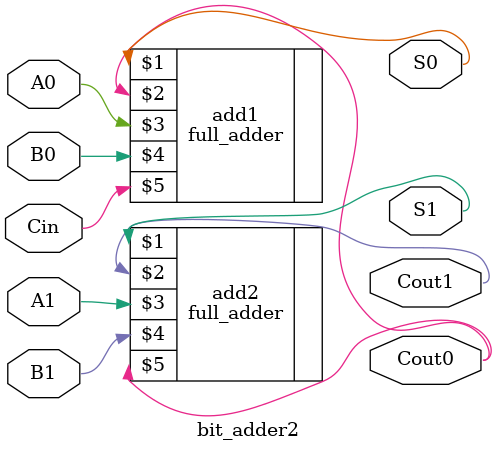
<source format=v>
`include "full_adder.v"

module bit_adder2(S0, S1, Cout0, Cout1, A0, A1, B0, B1, Cin);
    input A0, A1, B0, B1, Cin;
    output S0, S1, Cout0, Cout1; 
    wire w1, w2, w3; 
    full_adder add1(S0, Cout0, A0, B0, Cin);
    full_adder add2(S1, Cout1, A1, B1, Cout0);

endmodule 

</source>
